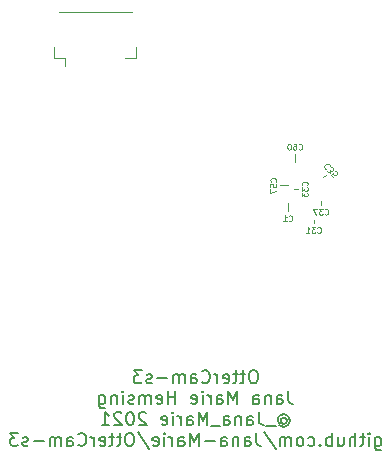
<source format=gbo>
G04 #@! TF.GenerationSoftware,KiCad,Pcbnew,6.0.0-d3dd2cf0fa~116~ubuntu20.04.1*
G04 #@! TF.CreationDate,2022-01-19T00:48:53+01:00*
G04 #@! TF.ProjectId,OtterCam-s3,4f747465-7243-4616-9d2d-73332e6b6963,rev?*
G04 #@! TF.SameCoordinates,Original*
G04 #@! TF.FileFunction,Legend,Bot*
G04 #@! TF.FilePolarity,Positive*
%FSLAX46Y46*%
G04 Gerber Fmt 4.6, Leading zero omitted, Abs format (unit mm)*
G04 Created by KiCad (PCBNEW 6.0.0-d3dd2cf0fa~116~ubuntu20.04.1) date 2022-01-19 00:48:53*
%MOMM*%
%LPD*%
G01*
G04 APERTURE LIST*
%ADD10C,0.130000*%
%ADD11C,0.080000*%
%ADD12C,0.120000*%
G04 APERTURE END LIST*
D10*
X79976190Y-88741119D02*
X79766666Y-88741119D01*
X79661904Y-88793500D01*
X79557142Y-88898261D01*
X79504761Y-89107785D01*
X79504761Y-89474452D01*
X79557142Y-89683976D01*
X79661904Y-89788738D01*
X79766666Y-89841119D01*
X79976190Y-89841119D01*
X80080952Y-89788738D01*
X80185714Y-89683976D01*
X80238095Y-89474452D01*
X80238095Y-89107785D01*
X80185714Y-88898261D01*
X80080952Y-88793500D01*
X79976190Y-88741119D01*
X79190476Y-89107785D02*
X78771428Y-89107785D01*
X79033333Y-88741119D02*
X79033333Y-89683976D01*
X78980952Y-89788738D01*
X78876190Y-89841119D01*
X78771428Y-89841119D01*
X78561904Y-89107785D02*
X78142857Y-89107785D01*
X78404761Y-88741119D02*
X78404761Y-89683976D01*
X78352380Y-89788738D01*
X78247619Y-89841119D01*
X78142857Y-89841119D01*
X77357142Y-89788738D02*
X77461904Y-89841119D01*
X77671428Y-89841119D01*
X77776190Y-89788738D01*
X77828571Y-89683976D01*
X77828571Y-89264928D01*
X77776190Y-89160166D01*
X77671428Y-89107785D01*
X77461904Y-89107785D01*
X77357142Y-89160166D01*
X77304761Y-89264928D01*
X77304761Y-89369690D01*
X77828571Y-89474452D01*
X76833333Y-89841119D02*
X76833333Y-89107785D01*
X76833333Y-89317309D02*
X76780952Y-89212547D01*
X76728571Y-89160166D01*
X76623809Y-89107785D01*
X76519047Y-89107785D01*
X75523809Y-89736357D02*
X75576190Y-89788738D01*
X75733333Y-89841119D01*
X75838095Y-89841119D01*
X75995238Y-89788738D01*
X76100000Y-89683976D01*
X76152380Y-89579214D01*
X76204761Y-89369690D01*
X76204761Y-89212547D01*
X76152380Y-89003023D01*
X76100000Y-88898261D01*
X75995238Y-88793500D01*
X75838095Y-88741119D01*
X75733333Y-88741119D01*
X75576190Y-88793500D01*
X75523809Y-88845880D01*
X74580952Y-89841119D02*
X74580952Y-89264928D01*
X74633333Y-89160166D01*
X74738095Y-89107785D01*
X74947619Y-89107785D01*
X75052380Y-89160166D01*
X74580952Y-89788738D02*
X74685714Y-89841119D01*
X74947619Y-89841119D01*
X75052380Y-89788738D01*
X75104761Y-89683976D01*
X75104761Y-89579214D01*
X75052380Y-89474452D01*
X74947619Y-89422071D01*
X74685714Y-89422071D01*
X74580952Y-89369690D01*
X74057142Y-89841119D02*
X74057142Y-89107785D01*
X74057142Y-89212547D02*
X74004761Y-89160166D01*
X73900000Y-89107785D01*
X73742857Y-89107785D01*
X73638095Y-89160166D01*
X73585714Y-89264928D01*
X73585714Y-89841119D01*
X73585714Y-89264928D02*
X73533333Y-89160166D01*
X73428571Y-89107785D01*
X73271428Y-89107785D01*
X73166666Y-89160166D01*
X73114285Y-89264928D01*
X73114285Y-89841119D01*
X72590476Y-89422071D02*
X71752380Y-89422071D01*
X71280952Y-89788738D02*
X71176190Y-89841119D01*
X70966666Y-89841119D01*
X70861904Y-89788738D01*
X70809523Y-89683976D01*
X70809523Y-89631595D01*
X70861904Y-89526833D01*
X70966666Y-89474452D01*
X71123809Y-89474452D01*
X71228571Y-89422071D01*
X71280952Y-89317309D01*
X71280952Y-89264928D01*
X71228571Y-89160166D01*
X71123809Y-89107785D01*
X70966666Y-89107785D01*
X70861904Y-89160166D01*
X70442857Y-88741119D02*
X69761904Y-88741119D01*
X70128571Y-89160166D01*
X69971428Y-89160166D01*
X69866666Y-89212547D01*
X69814285Y-89264928D01*
X69761904Y-89369690D01*
X69761904Y-89631595D01*
X69814285Y-89736357D01*
X69866666Y-89788738D01*
X69971428Y-89841119D01*
X70285714Y-89841119D01*
X70390476Y-89788738D01*
X70442857Y-89736357D01*
X82857142Y-90512119D02*
X82857142Y-91297833D01*
X82909523Y-91454976D01*
X83014285Y-91559738D01*
X83171428Y-91612119D01*
X83276190Y-91612119D01*
X81861904Y-91612119D02*
X81861904Y-91035928D01*
X81914285Y-90931166D01*
X82019047Y-90878785D01*
X82228571Y-90878785D01*
X82333333Y-90931166D01*
X81861904Y-91559738D02*
X81966666Y-91612119D01*
X82228571Y-91612119D01*
X82333333Y-91559738D01*
X82385714Y-91454976D01*
X82385714Y-91350214D01*
X82333333Y-91245452D01*
X82228571Y-91193071D01*
X81966666Y-91193071D01*
X81861904Y-91140690D01*
X81338095Y-90878785D02*
X81338095Y-91612119D01*
X81338095Y-90983547D02*
X81285714Y-90931166D01*
X81180952Y-90878785D01*
X81023809Y-90878785D01*
X80919047Y-90931166D01*
X80866666Y-91035928D01*
X80866666Y-91612119D01*
X79871428Y-91612119D02*
X79871428Y-91035928D01*
X79923809Y-90931166D01*
X80028571Y-90878785D01*
X80238095Y-90878785D01*
X80342857Y-90931166D01*
X79871428Y-91559738D02*
X79976190Y-91612119D01*
X80238095Y-91612119D01*
X80342857Y-91559738D01*
X80395238Y-91454976D01*
X80395238Y-91350214D01*
X80342857Y-91245452D01*
X80238095Y-91193071D01*
X79976190Y-91193071D01*
X79871428Y-91140690D01*
X78509523Y-91612119D02*
X78509523Y-90512119D01*
X78142857Y-91297833D01*
X77776190Y-90512119D01*
X77776190Y-91612119D01*
X76780952Y-91612119D02*
X76780952Y-91035928D01*
X76833333Y-90931166D01*
X76938095Y-90878785D01*
X77147619Y-90878785D01*
X77252380Y-90931166D01*
X76780952Y-91559738D02*
X76885714Y-91612119D01*
X77147619Y-91612119D01*
X77252380Y-91559738D01*
X77304761Y-91454976D01*
X77304761Y-91350214D01*
X77252380Y-91245452D01*
X77147619Y-91193071D01*
X76885714Y-91193071D01*
X76780952Y-91140690D01*
X76257142Y-91612119D02*
X76257142Y-90878785D01*
X76257142Y-91088309D02*
X76204761Y-90983547D01*
X76152380Y-90931166D01*
X76047619Y-90878785D01*
X75942857Y-90878785D01*
X75576190Y-91612119D02*
X75576190Y-90878785D01*
X75576190Y-90512119D02*
X75628571Y-90564500D01*
X75576190Y-90616880D01*
X75523809Y-90564500D01*
X75576190Y-90512119D01*
X75576190Y-90616880D01*
X74633333Y-91559738D02*
X74738095Y-91612119D01*
X74947619Y-91612119D01*
X75052380Y-91559738D01*
X75104761Y-91454976D01*
X75104761Y-91035928D01*
X75052380Y-90931166D01*
X74947619Y-90878785D01*
X74738095Y-90878785D01*
X74633333Y-90931166D01*
X74580952Y-91035928D01*
X74580952Y-91140690D01*
X75104761Y-91245452D01*
X73271428Y-91612119D02*
X73271428Y-90512119D01*
X73271428Y-91035928D02*
X72642857Y-91035928D01*
X72642857Y-91612119D02*
X72642857Y-90512119D01*
X71700000Y-91559738D02*
X71804761Y-91612119D01*
X72014285Y-91612119D01*
X72119047Y-91559738D01*
X72171428Y-91454976D01*
X72171428Y-91035928D01*
X72119047Y-90931166D01*
X72014285Y-90878785D01*
X71804761Y-90878785D01*
X71700000Y-90931166D01*
X71647619Y-91035928D01*
X71647619Y-91140690D01*
X72171428Y-91245452D01*
X71176190Y-91612119D02*
X71176190Y-90878785D01*
X71176190Y-90983547D02*
X71123809Y-90931166D01*
X71019047Y-90878785D01*
X70861904Y-90878785D01*
X70757142Y-90931166D01*
X70704761Y-91035928D01*
X70704761Y-91612119D01*
X70704761Y-91035928D02*
X70652380Y-90931166D01*
X70547619Y-90878785D01*
X70390476Y-90878785D01*
X70285714Y-90931166D01*
X70233333Y-91035928D01*
X70233333Y-91612119D01*
X69761904Y-91559738D02*
X69657142Y-91612119D01*
X69447619Y-91612119D01*
X69342857Y-91559738D01*
X69290476Y-91454976D01*
X69290476Y-91402595D01*
X69342857Y-91297833D01*
X69447619Y-91245452D01*
X69604761Y-91245452D01*
X69709523Y-91193071D01*
X69761904Y-91088309D01*
X69761904Y-91035928D01*
X69709523Y-90931166D01*
X69604761Y-90878785D01*
X69447619Y-90878785D01*
X69342857Y-90931166D01*
X68819047Y-91612119D02*
X68819047Y-90878785D01*
X68819047Y-90512119D02*
X68871428Y-90564500D01*
X68819047Y-90616880D01*
X68766666Y-90564500D01*
X68819047Y-90512119D01*
X68819047Y-90616880D01*
X68295238Y-90878785D02*
X68295238Y-91612119D01*
X68295238Y-90983547D02*
X68242857Y-90931166D01*
X68138095Y-90878785D01*
X67980952Y-90878785D01*
X67876190Y-90931166D01*
X67823809Y-91035928D01*
X67823809Y-91612119D01*
X66828571Y-90878785D02*
X66828571Y-91769261D01*
X66880952Y-91874023D01*
X66933333Y-91926404D01*
X67038095Y-91978785D01*
X67195238Y-91978785D01*
X67300000Y-91926404D01*
X66828571Y-91559738D02*
X66933333Y-91612119D01*
X67142857Y-91612119D01*
X67247619Y-91559738D01*
X67300000Y-91507357D01*
X67352380Y-91402595D01*
X67352380Y-91088309D01*
X67300000Y-90983547D01*
X67247619Y-90931166D01*
X67142857Y-90878785D01*
X66933333Y-90878785D01*
X66828571Y-90931166D01*
X82228571Y-92859309D02*
X82280952Y-92806928D01*
X82385714Y-92754547D01*
X82490476Y-92754547D01*
X82595238Y-92806928D01*
X82647619Y-92859309D01*
X82700000Y-92964071D01*
X82700000Y-93068833D01*
X82647619Y-93173595D01*
X82595238Y-93225976D01*
X82490476Y-93278357D01*
X82385714Y-93278357D01*
X82280952Y-93225976D01*
X82228571Y-93173595D01*
X82228571Y-92754547D02*
X82228571Y-93173595D01*
X82176190Y-93225976D01*
X82123809Y-93225976D01*
X82019047Y-93173595D01*
X81966666Y-93068833D01*
X81966666Y-92806928D01*
X82071428Y-92649785D01*
X82228571Y-92545023D01*
X82438095Y-92492642D01*
X82647619Y-92545023D01*
X82804761Y-92649785D01*
X82909523Y-92806928D01*
X82961904Y-93016452D01*
X82909523Y-93225976D01*
X82804761Y-93383119D01*
X82647619Y-93487880D01*
X82438095Y-93540261D01*
X82228571Y-93487880D01*
X82071428Y-93383119D01*
X81757142Y-93487880D02*
X80919047Y-93487880D01*
X80342857Y-92283119D02*
X80342857Y-93068833D01*
X80395238Y-93225976D01*
X80500000Y-93330738D01*
X80657142Y-93383119D01*
X80761904Y-93383119D01*
X79347619Y-93383119D02*
X79347619Y-92806928D01*
X79400000Y-92702166D01*
X79504761Y-92649785D01*
X79714285Y-92649785D01*
X79819047Y-92702166D01*
X79347619Y-93330738D02*
X79452380Y-93383119D01*
X79714285Y-93383119D01*
X79819047Y-93330738D01*
X79871428Y-93225976D01*
X79871428Y-93121214D01*
X79819047Y-93016452D01*
X79714285Y-92964071D01*
X79452380Y-92964071D01*
X79347619Y-92911690D01*
X78823809Y-92649785D02*
X78823809Y-93383119D01*
X78823809Y-92754547D02*
X78771428Y-92702166D01*
X78666666Y-92649785D01*
X78509523Y-92649785D01*
X78404761Y-92702166D01*
X78352380Y-92806928D01*
X78352380Y-93383119D01*
X77357142Y-93383119D02*
X77357142Y-92806928D01*
X77409523Y-92702166D01*
X77514285Y-92649785D01*
X77723809Y-92649785D01*
X77828571Y-92702166D01*
X77357142Y-93330738D02*
X77461904Y-93383119D01*
X77723809Y-93383119D01*
X77828571Y-93330738D01*
X77880952Y-93225976D01*
X77880952Y-93121214D01*
X77828571Y-93016452D01*
X77723809Y-92964071D01*
X77461904Y-92964071D01*
X77357142Y-92911690D01*
X77095238Y-93487880D02*
X76257142Y-93487880D01*
X75995238Y-93383119D02*
X75995238Y-92283119D01*
X75628571Y-93068833D01*
X75261904Y-92283119D01*
X75261904Y-93383119D01*
X74266666Y-93383119D02*
X74266666Y-92806928D01*
X74319047Y-92702166D01*
X74423809Y-92649785D01*
X74633333Y-92649785D01*
X74738095Y-92702166D01*
X74266666Y-93330738D02*
X74371428Y-93383119D01*
X74633333Y-93383119D01*
X74738095Y-93330738D01*
X74790476Y-93225976D01*
X74790476Y-93121214D01*
X74738095Y-93016452D01*
X74633333Y-92964071D01*
X74371428Y-92964071D01*
X74266666Y-92911690D01*
X73742857Y-93383119D02*
X73742857Y-92649785D01*
X73742857Y-92859309D02*
X73690476Y-92754547D01*
X73638095Y-92702166D01*
X73533333Y-92649785D01*
X73428571Y-92649785D01*
X73061904Y-93383119D02*
X73061904Y-92649785D01*
X73061904Y-92283119D02*
X73114285Y-92335500D01*
X73061904Y-92387880D01*
X73009523Y-92335500D01*
X73061904Y-92283119D01*
X73061904Y-92387880D01*
X72119047Y-93330738D02*
X72223809Y-93383119D01*
X72433333Y-93383119D01*
X72538095Y-93330738D01*
X72590476Y-93225976D01*
X72590476Y-92806928D01*
X72538095Y-92702166D01*
X72433333Y-92649785D01*
X72223809Y-92649785D01*
X72119047Y-92702166D01*
X72066666Y-92806928D01*
X72066666Y-92911690D01*
X72590476Y-93016452D01*
X70809523Y-92387880D02*
X70757142Y-92335500D01*
X70652380Y-92283119D01*
X70390476Y-92283119D01*
X70285714Y-92335500D01*
X70233333Y-92387880D01*
X70180952Y-92492642D01*
X70180952Y-92597404D01*
X70233333Y-92754547D01*
X70861904Y-93383119D01*
X70180952Y-93383119D01*
X69500000Y-92283119D02*
X69395238Y-92283119D01*
X69290476Y-92335500D01*
X69238095Y-92387880D01*
X69185714Y-92492642D01*
X69133333Y-92702166D01*
X69133333Y-92964071D01*
X69185714Y-93173595D01*
X69238095Y-93278357D01*
X69290476Y-93330738D01*
X69395238Y-93383119D01*
X69500000Y-93383119D01*
X69604761Y-93330738D01*
X69657142Y-93278357D01*
X69709523Y-93173595D01*
X69761904Y-92964071D01*
X69761904Y-92702166D01*
X69709523Y-92492642D01*
X69657142Y-92387880D01*
X69604761Y-92335500D01*
X69500000Y-92283119D01*
X68714285Y-92387880D02*
X68661904Y-92335500D01*
X68557142Y-92283119D01*
X68295238Y-92283119D01*
X68190476Y-92335500D01*
X68138095Y-92387880D01*
X68085714Y-92492642D01*
X68085714Y-92597404D01*
X68138095Y-92754547D01*
X68766666Y-93383119D01*
X68085714Y-93383119D01*
X67038095Y-93383119D02*
X67666666Y-93383119D01*
X67352380Y-93383119D02*
X67352380Y-92283119D01*
X67457142Y-92440261D01*
X67561904Y-92545023D01*
X67666666Y-92597404D01*
X90190476Y-94420785D02*
X90190476Y-95311261D01*
X90242857Y-95416023D01*
X90295238Y-95468404D01*
X90400000Y-95520785D01*
X90557142Y-95520785D01*
X90661904Y-95468404D01*
X90190476Y-95101738D02*
X90295238Y-95154119D01*
X90504761Y-95154119D01*
X90609523Y-95101738D01*
X90661904Y-95049357D01*
X90714285Y-94944595D01*
X90714285Y-94630309D01*
X90661904Y-94525547D01*
X90609523Y-94473166D01*
X90504761Y-94420785D01*
X90295238Y-94420785D01*
X90190476Y-94473166D01*
X89666666Y-95154119D02*
X89666666Y-94420785D01*
X89666666Y-94054119D02*
X89719047Y-94106500D01*
X89666666Y-94158880D01*
X89614285Y-94106500D01*
X89666666Y-94054119D01*
X89666666Y-94158880D01*
X89300000Y-94420785D02*
X88880952Y-94420785D01*
X89142857Y-94054119D02*
X89142857Y-94996976D01*
X89090476Y-95101738D01*
X88985714Y-95154119D01*
X88880952Y-95154119D01*
X88514285Y-95154119D02*
X88514285Y-94054119D01*
X88042857Y-95154119D02*
X88042857Y-94577928D01*
X88095238Y-94473166D01*
X88200000Y-94420785D01*
X88357142Y-94420785D01*
X88461904Y-94473166D01*
X88514285Y-94525547D01*
X87047619Y-94420785D02*
X87047619Y-95154119D01*
X87519047Y-94420785D02*
X87519047Y-94996976D01*
X87466666Y-95101738D01*
X87361904Y-95154119D01*
X87204761Y-95154119D01*
X87100000Y-95101738D01*
X87047619Y-95049357D01*
X86523809Y-95154119D02*
X86523809Y-94054119D01*
X86523809Y-94473166D02*
X86419047Y-94420785D01*
X86209523Y-94420785D01*
X86104761Y-94473166D01*
X86052380Y-94525547D01*
X86000000Y-94630309D01*
X86000000Y-94944595D01*
X86052380Y-95049357D01*
X86104761Y-95101738D01*
X86209523Y-95154119D01*
X86419047Y-95154119D01*
X86523809Y-95101738D01*
X85528571Y-95049357D02*
X85476190Y-95101738D01*
X85528571Y-95154119D01*
X85580952Y-95101738D01*
X85528571Y-95049357D01*
X85528571Y-95154119D01*
X84533333Y-95101738D02*
X84638095Y-95154119D01*
X84847619Y-95154119D01*
X84952380Y-95101738D01*
X85004761Y-95049357D01*
X85057142Y-94944595D01*
X85057142Y-94630309D01*
X85004761Y-94525547D01*
X84952380Y-94473166D01*
X84847619Y-94420785D01*
X84638095Y-94420785D01*
X84533333Y-94473166D01*
X83904761Y-95154119D02*
X84009523Y-95101738D01*
X84061904Y-95049357D01*
X84114285Y-94944595D01*
X84114285Y-94630309D01*
X84061904Y-94525547D01*
X84009523Y-94473166D01*
X83904761Y-94420785D01*
X83747619Y-94420785D01*
X83642857Y-94473166D01*
X83590476Y-94525547D01*
X83538095Y-94630309D01*
X83538095Y-94944595D01*
X83590476Y-95049357D01*
X83642857Y-95101738D01*
X83747619Y-95154119D01*
X83904761Y-95154119D01*
X83066666Y-95154119D02*
X83066666Y-94420785D01*
X83066666Y-94525547D02*
X83014285Y-94473166D01*
X82909523Y-94420785D01*
X82752380Y-94420785D01*
X82647619Y-94473166D01*
X82595238Y-94577928D01*
X82595238Y-95154119D01*
X82595238Y-94577928D02*
X82542857Y-94473166D01*
X82438095Y-94420785D01*
X82280952Y-94420785D01*
X82176190Y-94473166D01*
X82123809Y-94577928D01*
X82123809Y-95154119D01*
X80814285Y-94001738D02*
X81757142Y-95416023D01*
X80133333Y-94054119D02*
X80133333Y-94839833D01*
X80185714Y-94996976D01*
X80290476Y-95101738D01*
X80447619Y-95154119D01*
X80552380Y-95154119D01*
X79138095Y-95154119D02*
X79138095Y-94577928D01*
X79190476Y-94473166D01*
X79295238Y-94420785D01*
X79504761Y-94420785D01*
X79609523Y-94473166D01*
X79138095Y-95101738D02*
X79242857Y-95154119D01*
X79504761Y-95154119D01*
X79609523Y-95101738D01*
X79661904Y-94996976D01*
X79661904Y-94892214D01*
X79609523Y-94787452D01*
X79504761Y-94735071D01*
X79242857Y-94735071D01*
X79138095Y-94682690D01*
X78614285Y-94420785D02*
X78614285Y-95154119D01*
X78614285Y-94525547D02*
X78561904Y-94473166D01*
X78457142Y-94420785D01*
X78300000Y-94420785D01*
X78195238Y-94473166D01*
X78142857Y-94577928D01*
X78142857Y-95154119D01*
X77147619Y-95154119D02*
X77147619Y-94577928D01*
X77200000Y-94473166D01*
X77304761Y-94420785D01*
X77514285Y-94420785D01*
X77619047Y-94473166D01*
X77147619Y-95101738D02*
X77252380Y-95154119D01*
X77514285Y-95154119D01*
X77619047Y-95101738D01*
X77671428Y-94996976D01*
X77671428Y-94892214D01*
X77619047Y-94787452D01*
X77514285Y-94735071D01*
X77252380Y-94735071D01*
X77147619Y-94682690D01*
X76623809Y-94735071D02*
X75785714Y-94735071D01*
X75261904Y-95154119D02*
X75261904Y-94054119D01*
X74895238Y-94839833D01*
X74528571Y-94054119D01*
X74528571Y-95154119D01*
X73533333Y-95154119D02*
X73533333Y-94577928D01*
X73585714Y-94473166D01*
X73690476Y-94420785D01*
X73900000Y-94420785D01*
X74004761Y-94473166D01*
X73533333Y-95101738D02*
X73638095Y-95154119D01*
X73900000Y-95154119D01*
X74004761Y-95101738D01*
X74057142Y-94996976D01*
X74057142Y-94892214D01*
X74004761Y-94787452D01*
X73900000Y-94735071D01*
X73638095Y-94735071D01*
X73533333Y-94682690D01*
X73009523Y-95154119D02*
X73009523Y-94420785D01*
X73009523Y-94630309D02*
X72957142Y-94525547D01*
X72904761Y-94473166D01*
X72800000Y-94420785D01*
X72695238Y-94420785D01*
X72328571Y-95154119D02*
X72328571Y-94420785D01*
X72328571Y-94054119D02*
X72380952Y-94106500D01*
X72328571Y-94158880D01*
X72276190Y-94106500D01*
X72328571Y-94054119D01*
X72328571Y-94158880D01*
X71385714Y-95101738D02*
X71490476Y-95154119D01*
X71700000Y-95154119D01*
X71804761Y-95101738D01*
X71857142Y-94996976D01*
X71857142Y-94577928D01*
X71804761Y-94473166D01*
X71700000Y-94420785D01*
X71490476Y-94420785D01*
X71385714Y-94473166D01*
X71333333Y-94577928D01*
X71333333Y-94682690D01*
X71857142Y-94787452D01*
X70076190Y-94001738D02*
X71019047Y-95416023D01*
X69500000Y-94054119D02*
X69290476Y-94054119D01*
X69185714Y-94106500D01*
X69080952Y-94211261D01*
X69028571Y-94420785D01*
X69028571Y-94787452D01*
X69080952Y-94996976D01*
X69185714Y-95101738D01*
X69290476Y-95154119D01*
X69500000Y-95154119D01*
X69604761Y-95101738D01*
X69709523Y-94996976D01*
X69761904Y-94787452D01*
X69761904Y-94420785D01*
X69709523Y-94211261D01*
X69604761Y-94106500D01*
X69500000Y-94054119D01*
X68714285Y-94420785D02*
X68295238Y-94420785D01*
X68557142Y-94054119D02*
X68557142Y-94996976D01*
X68504761Y-95101738D01*
X68400000Y-95154119D01*
X68295238Y-95154119D01*
X68085714Y-94420785D02*
X67666666Y-94420785D01*
X67928571Y-94054119D02*
X67928571Y-94996976D01*
X67876190Y-95101738D01*
X67771428Y-95154119D01*
X67666666Y-95154119D01*
X66880952Y-95101738D02*
X66985714Y-95154119D01*
X67195238Y-95154119D01*
X67300000Y-95101738D01*
X67352380Y-94996976D01*
X67352380Y-94577928D01*
X67300000Y-94473166D01*
X67195238Y-94420785D01*
X66985714Y-94420785D01*
X66880952Y-94473166D01*
X66828571Y-94577928D01*
X66828571Y-94682690D01*
X67352380Y-94787452D01*
X66357142Y-95154119D02*
X66357142Y-94420785D01*
X66357142Y-94630309D02*
X66304761Y-94525547D01*
X66252380Y-94473166D01*
X66147619Y-94420785D01*
X66042857Y-94420785D01*
X65047619Y-95049357D02*
X65100000Y-95101738D01*
X65257142Y-95154119D01*
X65361904Y-95154119D01*
X65519047Y-95101738D01*
X65623809Y-94996976D01*
X65676190Y-94892214D01*
X65728571Y-94682690D01*
X65728571Y-94525547D01*
X65676190Y-94316023D01*
X65623809Y-94211261D01*
X65519047Y-94106500D01*
X65361904Y-94054119D01*
X65257142Y-94054119D01*
X65100000Y-94106500D01*
X65047619Y-94158880D01*
X64104761Y-95154119D02*
X64104761Y-94577928D01*
X64157142Y-94473166D01*
X64261904Y-94420785D01*
X64471428Y-94420785D01*
X64576190Y-94473166D01*
X64104761Y-95101738D02*
X64209523Y-95154119D01*
X64471428Y-95154119D01*
X64576190Y-95101738D01*
X64628571Y-94996976D01*
X64628571Y-94892214D01*
X64576190Y-94787452D01*
X64471428Y-94735071D01*
X64209523Y-94735071D01*
X64104761Y-94682690D01*
X63580952Y-95154119D02*
X63580952Y-94420785D01*
X63580952Y-94525547D02*
X63528571Y-94473166D01*
X63423809Y-94420785D01*
X63266666Y-94420785D01*
X63161904Y-94473166D01*
X63109523Y-94577928D01*
X63109523Y-95154119D01*
X63109523Y-94577928D02*
X63057142Y-94473166D01*
X62952380Y-94420785D01*
X62795238Y-94420785D01*
X62690476Y-94473166D01*
X62638095Y-94577928D01*
X62638095Y-95154119D01*
X62114285Y-94735071D02*
X61276190Y-94735071D01*
X60804761Y-95101738D02*
X60700000Y-95154119D01*
X60490476Y-95154119D01*
X60385714Y-95101738D01*
X60333333Y-94996976D01*
X60333333Y-94944595D01*
X60385714Y-94839833D01*
X60490476Y-94787452D01*
X60647619Y-94787452D01*
X60752380Y-94735071D01*
X60804761Y-94630309D01*
X60804761Y-94577928D01*
X60752380Y-94473166D01*
X60647619Y-94420785D01*
X60490476Y-94420785D01*
X60385714Y-94473166D01*
X59966666Y-94054119D02*
X59285714Y-94054119D01*
X59652380Y-94473166D01*
X59495238Y-94473166D01*
X59390476Y-94525547D01*
X59338095Y-94577928D01*
X59285714Y-94682690D01*
X59285714Y-94944595D01*
X59338095Y-95049357D01*
X59390476Y-95101738D01*
X59495238Y-95154119D01*
X59809523Y-95154119D01*
X59914285Y-95101738D01*
X59966666Y-95049357D01*
D11*
X82883333Y-76078571D02*
X82907142Y-76102380D01*
X82978571Y-76126190D01*
X83026190Y-76126190D01*
X83097619Y-76102380D01*
X83145238Y-76054761D01*
X83169047Y-76007142D01*
X83192857Y-75911904D01*
X83192857Y-75840476D01*
X83169047Y-75745238D01*
X83145238Y-75697619D01*
X83097619Y-75650000D01*
X83026190Y-75626190D01*
X82978571Y-75626190D01*
X82907142Y-75650000D01*
X82883333Y-75673809D01*
X82407142Y-76126190D02*
X82692857Y-76126190D01*
X82550000Y-76126190D02*
X82550000Y-75626190D01*
X82597619Y-75697619D01*
X82645238Y-75745238D01*
X82692857Y-75769047D01*
X85301428Y-77078571D02*
X85325238Y-77102380D01*
X85396666Y-77126190D01*
X85444285Y-77126190D01*
X85515714Y-77102380D01*
X85563333Y-77054761D01*
X85587142Y-77007142D01*
X85610952Y-76911904D01*
X85610952Y-76840476D01*
X85587142Y-76745238D01*
X85563333Y-76697619D01*
X85515714Y-76650000D01*
X85444285Y-76626190D01*
X85396666Y-76626190D01*
X85325238Y-76650000D01*
X85301428Y-76673809D01*
X85134761Y-76626190D02*
X84825238Y-76626190D01*
X84991904Y-76816666D01*
X84920476Y-76816666D01*
X84872857Y-76840476D01*
X84849047Y-76864285D01*
X84825238Y-76911904D01*
X84825238Y-77030952D01*
X84849047Y-77078571D01*
X84872857Y-77102380D01*
X84920476Y-77126190D01*
X85063333Y-77126190D01*
X85110952Y-77102380D01*
X85134761Y-77078571D01*
X84349047Y-77126190D02*
X84634761Y-77126190D01*
X84491904Y-77126190D02*
X84491904Y-76626190D01*
X84539523Y-76697619D01*
X84587142Y-76745238D01*
X84634761Y-76769047D01*
X84428571Y-73078571D02*
X84452380Y-73054761D01*
X84476190Y-72983333D01*
X84476190Y-72935714D01*
X84452380Y-72864285D01*
X84404761Y-72816666D01*
X84357142Y-72792857D01*
X84261904Y-72769047D01*
X84190476Y-72769047D01*
X84095238Y-72792857D01*
X84047619Y-72816666D01*
X84000000Y-72864285D01*
X83976190Y-72935714D01*
X83976190Y-72983333D01*
X84000000Y-73054761D01*
X84023809Y-73078571D01*
X83976190Y-73245238D02*
X83976190Y-73554761D01*
X84166666Y-73388095D01*
X84166666Y-73459523D01*
X84190476Y-73507142D01*
X84214285Y-73530952D01*
X84261904Y-73554761D01*
X84380952Y-73554761D01*
X84428571Y-73530952D01*
X84452380Y-73507142D01*
X84476190Y-73459523D01*
X84476190Y-73316666D01*
X84452380Y-73269047D01*
X84428571Y-73245238D01*
X83976190Y-73721428D02*
X83976190Y-74030952D01*
X84166666Y-73864285D01*
X84166666Y-73935714D01*
X84190476Y-73983333D01*
X84214285Y-74007142D01*
X84261904Y-74030952D01*
X84380952Y-74030952D01*
X84428571Y-74007142D01*
X84452380Y-73983333D01*
X84476190Y-73935714D01*
X84476190Y-73792857D01*
X84452380Y-73745238D01*
X84428571Y-73721428D01*
X86329314Y-71416116D02*
X86329314Y-71382444D01*
X86295642Y-71315101D01*
X86261971Y-71281429D01*
X86194627Y-71247757D01*
X86127284Y-71247757D01*
X86076776Y-71264593D01*
X85992597Y-71315101D01*
X85942089Y-71365608D01*
X85891581Y-71449788D01*
X85874746Y-71500295D01*
X85874746Y-71567639D01*
X85908417Y-71634982D01*
X85942089Y-71668654D01*
X86009433Y-71702326D01*
X86043104Y-71702326D01*
X86127284Y-71853849D02*
X86346150Y-72072715D01*
X86362986Y-71820177D01*
X86413494Y-71870685D01*
X86464001Y-71887521D01*
X86497673Y-71887521D01*
X86548181Y-71870685D01*
X86632360Y-71786505D01*
X86649196Y-71735998D01*
X86649196Y-71702326D01*
X86632360Y-71651818D01*
X86531345Y-71550803D01*
X86480837Y-71533967D01*
X86447165Y-71533967D01*
X86666032Y-72392597D02*
X86497673Y-72224238D01*
X86649196Y-72039044D01*
X86649196Y-72072715D01*
X86666032Y-72123223D01*
X86750211Y-72207402D01*
X86800719Y-72224238D01*
X86834391Y-72224238D01*
X86884898Y-72207402D01*
X86969078Y-72123223D01*
X86985913Y-72072715D01*
X86985913Y-72039044D01*
X86969078Y-71988536D01*
X86884898Y-71904357D01*
X86834391Y-71887521D01*
X86800719Y-71887521D01*
X81778571Y-72778571D02*
X81802380Y-72754761D01*
X81826190Y-72683333D01*
X81826190Y-72635714D01*
X81802380Y-72564285D01*
X81754761Y-72516666D01*
X81707142Y-72492857D01*
X81611904Y-72469047D01*
X81540476Y-72469047D01*
X81445238Y-72492857D01*
X81397619Y-72516666D01*
X81350000Y-72564285D01*
X81326190Y-72635714D01*
X81326190Y-72683333D01*
X81350000Y-72754761D01*
X81373809Y-72778571D01*
X81326190Y-73230952D02*
X81326190Y-72992857D01*
X81564285Y-72969047D01*
X81540476Y-72992857D01*
X81516666Y-73040476D01*
X81516666Y-73159523D01*
X81540476Y-73207142D01*
X81564285Y-73230952D01*
X81611904Y-73254761D01*
X81730952Y-73254761D01*
X81778571Y-73230952D01*
X81802380Y-73207142D01*
X81826190Y-73159523D01*
X81826190Y-73040476D01*
X81802380Y-72992857D01*
X81778571Y-72969047D01*
X81326190Y-73421428D02*
X81326190Y-73754761D01*
X81826190Y-73540476D01*
X83721428Y-70028571D02*
X83745238Y-70052380D01*
X83816666Y-70076190D01*
X83864285Y-70076190D01*
X83935714Y-70052380D01*
X83983333Y-70004761D01*
X84007142Y-69957142D01*
X84030952Y-69861904D01*
X84030952Y-69790476D01*
X84007142Y-69695238D01*
X83983333Y-69647619D01*
X83935714Y-69600000D01*
X83864285Y-69576190D01*
X83816666Y-69576190D01*
X83745238Y-69600000D01*
X83721428Y-69623809D01*
X83292857Y-69576190D02*
X83388095Y-69576190D01*
X83435714Y-69600000D01*
X83459523Y-69623809D01*
X83507142Y-69695238D01*
X83530952Y-69790476D01*
X83530952Y-69980952D01*
X83507142Y-70028571D01*
X83483333Y-70052380D01*
X83435714Y-70076190D01*
X83340476Y-70076190D01*
X83292857Y-70052380D01*
X83269047Y-70028571D01*
X83245238Y-69980952D01*
X83245238Y-69861904D01*
X83269047Y-69814285D01*
X83292857Y-69790476D01*
X83340476Y-69766666D01*
X83435714Y-69766666D01*
X83483333Y-69790476D01*
X83507142Y-69814285D01*
X83530952Y-69861904D01*
X82935714Y-69576190D02*
X82888095Y-69576190D01*
X82840476Y-69600000D01*
X82816666Y-69623809D01*
X82792857Y-69671428D01*
X82769047Y-69766666D01*
X82769047Y-69885714D01*
X82792857Y-69980952D01*
X82816666Y-70028571D01*
X82840476Y-70052380D01*
X82888095Y-70076190D01*
X82935714Y-70076190D01*
X82983333Y-70052380D01*
X83007142Y-70028571D01*
X83030952Y-69980952D01*
X83054761Y-69885714D01*
X83054761Y-69766666D01*
X83030952Y-69671428D01*
X83007142Y-69623809D01*
X82983333Y-69600000D01*
X82935714Y-69576190D01*
X85921428Y-75528571D02*
X85945238Y-75552380D01*
X86016666Y-75576190D01*
X86064285Y-75576190D01*
X86135714Y-75552380D01*
X86183333Y-75504761D01*
X86207142Y-75457142D01*
X86230952Y-75361904D01*
X86230952Y-75290476D01*
X86207142Y-75195238D01*
X86183333Y-75147619D01*
X86135714Y-75100000D01*
X86064285Y-75076190D01*
X86016666Y-75076190D01*
X85945238Y-75100000D01*
X85921428Y-75123809D01*
X85754761Y-75076190D02*
X85445238Y-75076190D01*
X85611904Y-75266666D01*
X85540476Y-75266666D01*
X85492857Y-75290476D01*
X85469047Y-75314285D01*
X85445238Y-75361904D01*
X85445238Y-75480952D01*
X85469047Y-75528571D01*
X85492857Y-75552380D01*
X85540476Y-75576190D01*
X85683333Y-75576190D01*
X85730952Y-75552380D01*
X85754761Y-75528571D01*
X85278571Y-75076190D02*
X84945238Y-75076190D01*
X85159523Y-75576190D01*
D12*
X82800000Y-74550000D02*
X82800000Y-75250000D01*
X84980000Y-76000000D02*
X84980000Y-76300000D01*
X83650000Y-73400000D02*
X83350000Y-73400000D01*
X85793934Y-72406066D02*
X86006066Y-72193934D01*
X82850000Y-73100000D02*
X82150000Y-73100000D01*
X83400000Y-70450000D02*
X83400000Y-71150000D01*
X85600000Y-74450000D02*
X85600000Y-74750000D01*
X63015000Y-61360000D02*
X63015000Y-62310000D01*
X69985000Y-62310000D02*
X69035000Y-62310000D01*
X63965000Y-62310000D02*
X63965000Y-63000000D01*
X69985000Y-61360000D02*
X69985000Y-62310000D01*
X63385000Y-58390000D02*
X69615000Y-58390000D01*
X63015000Y-62310000D02*
X63965000Y-62310000D01*
M02*

</source>
